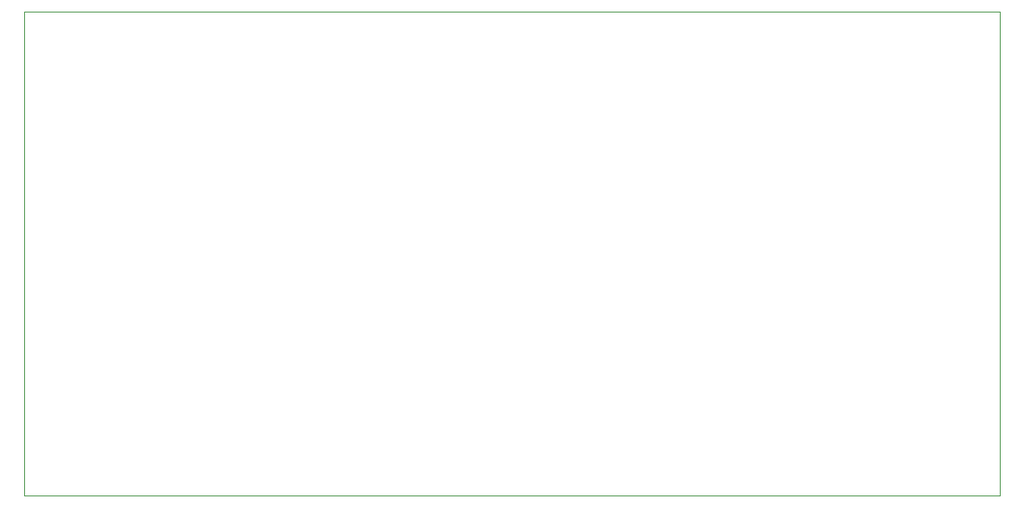
<source format=gbo>
G75*
G70*
%OFA0B0*%
%FSLAX24Y24*%
%IPPOS*%
%LPD*%
%AMOC8*
5,1,8,0,0,1.08239X$1,22.5*
%
%ADD10C,0.0000*%
D10*
X000101Y000262D02*
X000101Y019632D01*
X039093Y019632D01*
X039093Y000262D01*
X000101Y000262D01*
M02*

</source>
